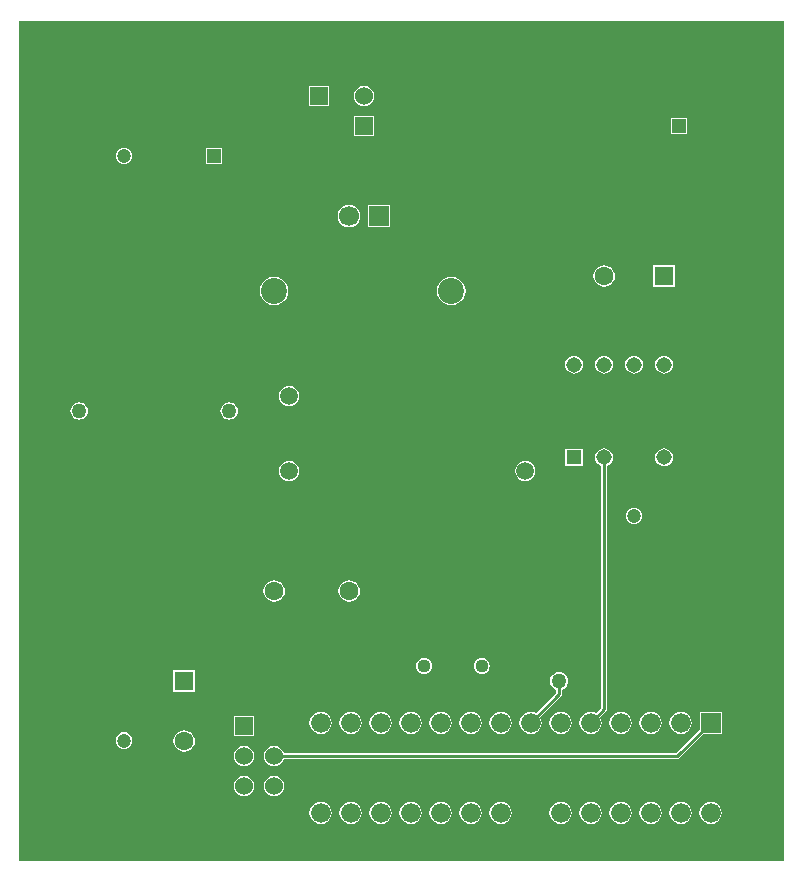
<source format=gbl>
G04*
G04 #@! TF.GenerationSoftware,Altium Limited,Altium Designer,19.1.7 (138)*
G04*
G04 Layer_Physical_Order=2*
G04 Layer_Color=16711680*
%FSLAX25Y25*%
%MOIN*%
G70*
G01*
G75*
%ADD12C,0.01000*%
%ADD38C,0.06299*%
%ADD39R,0.06299X0.06299*%
%ADD40R,0.06299X0.06299*%
%ADD41C,0.04724*%
%ADD42R,0.06693X0.06693*%
%ADD43C,0.06693*%
%ADD44C,0.05906*%
%ADD45C,0.06299*%
%ADD46C,0.08661*%
%ADD47C,0.04449*%
%ADD48R,0.04724X0.04724*%
%ADD49C,0.05150*%
%ADD50R,0.05150X0.05150*%
%ADD51R,0.06000X0.06000*%
%ADD52C,0.06000*%
%ADD53C,0.05000*%
%ADD54C,0.06600*%
%ADD55R,0.06600X0.06600*%
G36*
X255000Y280000D02*
Y0D01*
X0D01*
Y280000D01*
X255000Y280000D01*
D02*
G37*
%LPC*%
G36*
X103400Y258400D02*
X96600D01*
Y251600D01*
X103400D01*
Y258400D01*
D02*
G37*
G36*
X115000Y258429D02*
X114112Y258313D01*
X113285Y257970D01*
X112575Y257425D01*
X112030Y256715D01*
X111688Y255888D01*
X111571Y255000D01*
X111688Y254112D01*
X112030Y253285D01*
X112575Y252575D01*
X113285Y252030D01*
X114112Y251688D01*
X115000Y251571D01*
X115888Y251688D01*
X116715Y252030D01*
X117425Y252575D01*
X117970Y253285D01*
X118313Y254112D01*
X118429Y255000D01*
X118313Y255888D01*
X117970Y256715D01*
X117425Y257425D01*
X116715Y257970D01*
X115888Y258313D01*
X115000Y258429D01*
D02*
G37*
G36*
X222762Y247762D02*
X217238D01*
Y242238D01*
X222762D01*
Y247762D01*
D02*
G37*
G36*
X118400Y248400D02*
X111600D01*
Y241600D01*
X118400D01*
Y248400D01*
D02*
G37*
G36*
X67762Y237762D02*
X62238D01*
Y232238D01*
X67762D01*
Y237762D01*
D02*
G37*
G36*
X35000Y237786D02*
X34279Y237691D01*
X33607Y237413D01*
X33030Y236970D01*
X32587Y236393D01*
X32309Y235721D01*
X32214Y235000D01*
X32309Y234279D01*
X32587Y233607D01*
X33030Y233030D01*
X33607Y232587D01*
X34279Y232309D01*
X35000Y232214D01*
X35721Y232309D01*
X36393Y232587D01*
X36970Y233030D01*
X37413Y233607D01*
X37691Y234279D01*
X37786Y235000D01*
X37691Y235721D01*
X37413Y236393D01*
X36970Y236970D01*
X36393Y237413D01*
X35721Y237691D01*
X35000Y237786D01*
D02*
G37*
G36*
X123747Y218746D02*
X116253D01*
Y211253D01*
X123747D01*
Y218746D01*
D02*
G37*
G36*
X110000Y218779D02*
X109022Y218650D01*
X108111Y218272D01*
X107328Y217672D01*
X106728Y216889D01*
X106350Y215978D01*
X106221Y215000D01*
X106350Y214022D01*
X106728Y213111D01*
X107328Y212328D01*
X108111Y211727D01*
X109022Y211350D01*
X110000Y211221D01*
X110978Y211350D01*
X111889Y211727D01*
X112672Y212328D01*
X113273Y213111D01*
X113650Y214022D01*
X113779Y215000D01*
X113650Y215978D01*
X113273Y216889D01*
X112672Y217672D01*
X111889Y218272D01*
X110978Y218650D01*
X110000Y218779D01*
D02*
G37*
G36*
X218550Y198550D02*
X211450D01*
Y191450D01*
X218550D01*
Y198550D01*
D02*
G37*
G36*
X195000Y198580D02*
X194073Y198458D01*
X193210Y198101D01*
X192468Y197532D01*
X191899Y196790D01*
X191542Y195927D01*
X191420Y195000D01*
X191542Y194073D01*
X191899Y193210D01*
X192468Y192468D01*
X193210Y191899D01*
X194073Y191542D01*
X195000Y191420D01*
X195927Y191542D01*
X196790Y191899D01*
X197532Y192468D01*
X198101Y193210D01*
X198458Y194073D01*
X198580Y195000D01*
X198458Y195927D01*
X198101Y196790D01*
X197532Y197532D01*
X196790Y198101D01*
X195927Y198458D01*
X195000Y198580D01*
D02*
G37*
G36*
X144055Y194772D02*
X142820Y194609D01*
X141669Y194132D01*
X140681Y193374D01*
X139923Y192386D01*
X139446Y191235D01*
X139284Y190000D01*
X139446Y188765D01*
X139923Y187614D01*
X140681Y186626D01*
X141669Y185868D01*
X142820Y185391D01*
X144055Y185229D01*
X145290Y185391D01*
X146441Y185868D01*
X147429Y186626D01*
X148187Y187614D01*
X148664Y188765D01*
X148827Y190000D01*
X148664Y191235D01*
X148187Y192386D01*
X147429Y193374D01*
X146441Y194132D01*
X145290Y194609D01*
X144055Y194772D01*
D02*
G37*
G36*
X85000D02*
X83765Y194609D01*
X82614Y194132D01*
X81626Y193374D01*
X80868Y192386D01*
X80391Y191235D01*
X80229Y190000D01*
X80391Y188765D01*
X80868Y187614D01*
X81626Y186626D01*
X82614Y185868D01*
X83765Y185391D01*
X85000Y185229D01*
X86235Y185391D01*
X87386Y185868D01*
X88374Y186626D01*
X89132Y187614D01*
X89609Y188765D01*
X89771Y190000D01*
X89609Y191235D01*
X89132Y192386D01*
X88374Y193374D01*
X87386Y194132D01*
X86235Y194609D01*
X85000Y194772D01*
D02*
G37*
G36*
X215000Y168493D02*
X214223Y168390D01*
X213500Y168091D01*
X212878Y167614D01*
X212402Y166992D01*
X212102Y166269D01*
X212000Y165492D01*
X212102Y164716D01*
X212402Y163992D01*
X212878Y163371D01*
X213500Y162894D01*
X214223Y162594D01*
X215000Y162492D01*
X215777Y162594D01*
X216500Y162894D01*
X217122Y163371D01*
X217599Y163992D01*
X217898Y164716D01*
X218001Y165492D01*
X217898Y166269D01*
X217599Y166992D01*
X217122Y167614D01*
X216500Y168091D01*
X215777Y168390D01*
X215000Y168493D01*
D02*
G37*
G36*
X205000D02*
X204223Y168390D01*
X203500Y168091D01*
X202878Y167614D01*
X202401Y166992D01*
X202102Y166269D01*
X201999Y165492D01*
X202102Y164716D01*
X202401Y163992D01*
X202878Y163371D01*
X203500Y162894D01*
X204223Y162594D01*
X205000Y162492D01*
X205777Y162594D01*
X206500Y162894D01*
X207122Y163371D01*
X207598Y163992D01*
X207898Y164716D01*
X208000Y165492D01*
X207898Y166269D01*
X207598Y166992D01*
X207122Y167614D01*
X206500Y168091D01*
X205777Y168390D01*
X205000Y168493D01*
D02*
G37*
G36*
X195000D02*
X194223Y168390D01*
X193500Y168091D01*
X192878Y167614D01*
X192402Y166992D01*
X192102Y166269D01*
X191999Y165492D01*
X192102Y164716D01*
X192402Y163992D01*
X192878Y163371D01*
X193500Y162894D01*
X194223Y162594D01*
X195000Y162492D01*
X195777Y162594D01*
X196500Y162894D01*
X197122Y163371D01*
X197599Y163992D01*
X197898Y164716D01*
X198001Y165492D01*
X197898Y166269D01*
X197599Y166992D01*
X197122Y167614D01*
X196500Y168091D01*
X195777Y168390D01*
X195000Y168493D01*
D02*
G37*
G36*
X185000D02*
X184223Y168390D01*
X183500Y168091D01*
X182878Y167614D01*
X182402Y166992D01*
X182102Y166269D01*
X182000Y165492D01*
X182102Y164716D01*
X182402Y163992D01*
X182878Y163371D01*
X183500Y162894D01*
X184223Y162594D01*
X185000Y162492D01*
X185777Y162594D01*
X186500Y162894D01*
X187122Y163371D01*
X187599Y163992D01*
X187898Y164716D01*
X188001Y165492D01*
X187898Y166269D01*
X187599Y166992D01*
X187122Y167614D01*
X186500Y168091D01*
X185777Y168390D01*
X185000Y168493D01*
D02*
G37*
G36*
X90000Y158382D02*
X89125Y158266D01*
X88309Y157929D01*
X87609Y157391D01*
X87071Y156691D01*
X86734Y155875D01*
X86618Y155000D01*
X86734Y154125D01*
X87071Y153309D01*
X87609Y152609D01*
X88309Y152071D01*
X89125Y151734D01*
X90000Y151618D01*
X90875Y151734D01*
X91691Y152071D01*
X92391Y152609D01*
X92929Y153309D01*
X93266Y154125D01*
X93382Y155000D01*
X93266Y155875D01*
X92929Y156691D01*
X92391Y157391D01*
X91691Y157929D01*
X90875Y158266D01*
X90000Y158382D01*
D02*
G37*
G36*
X70000Y152925D02*
X69243Y152825D01*
X68537Y152533D01*
X67932Y152068D01*
X67467Y151462D01*
X67175Y150757D01*
X67075Y150000D01*
X67175Y149243D01*
X67467Y148538D01*
X67932Y147932D01*
X68537Y147467D01*
X69243Y147175D01*
X70000Y147075D01*
X70757Y147175D01*
X71463Y147467D01*
X72068Y147932D01*
X72533Y148538D01*
X72825Y149243D01*
X72925Y150000D01*
X72825Y150757D01*
X72533Y151462D01*
X72068Y152068D01*
X71463Y152533D01*
X70757Y152825D01*
X70000Y152925D01*
D02*
G37*
G36*
X20000D02*
X19243Y152825D01*
X18538Y152533D01*
X17932Y152068D01*
X17467Y151462D01*
X17175Y150757D01*
X17075Y150000D01*
X17175Y149243D01*
X17467Y148538D01*
X17932Y147932D01*
X18538Y147467D01*
X19243Y147175D01*
X20000Y147075D01*
X20757Y147175D01*
X21463Y147467D01*
X22068Y147932D01*
X22533Y148538D01*
X22825Y149243D01*
X22925Y150000D01*
X22825Y150757D01*
X22533Y151462D01*
X22068Y152068D01*
X21463Y152533D01*
X20757Y152825D01*
X20000Y152925D01*
D02*
G37*
G36*
X187975Y137483D02*
X182025D01*
Y131533D01*
X187975D01*
Y137483D01*
D02*
G37*
G36*
X215000Y137508D02*
X214223Y137406D01*
X213500Y137106D01*
X212878Y136629D01*
X212402Y136008D01*
X212102Y135284D01*
X212000Y134508D01*
X212102Y133731D01*
X212402Y133008D01*
X212878Y132386D01*
X213500Y131909D01*
X214223Y131610D01*
X215000Y131507D01*
X215777Y131610D01*
X216500Y131909D01*
X217122Y132386D01*
X217599Y133008D01*
X217898Y133731D01*
X218001Y134508D01*
X217898Y135284D01*
X217599Y136008D01*
X217122Y136629D01*
X216500Y137106D01*
X215777Y137406D01*
X215000Y137508D01*
D02*
G37*
G36*
X168740Y133382D02*
X167865Y133266D01*
X167049Y132929D01*
X166349Y132391D01*
X165812Y131691D01*
X165474Y130875D01*
X165358Y130000D01*
X165474Y129125D01*
X165812Y128309D01*
X166349Y127609D01*
X167049Y127071D01*
X167865Y126734D01*
X168740Y126618D01*
X169615Y126734D01*
X170431Y127071D01*
X171131Y127609D01*
X171669Y128309D01*
X172007Y129125D01*
X172122Y130000D01*
X172007Y130875D01*
X171669Y131691D01*
X171131Y132391D01*
X170431Y132929D01*
X169615Y133266D01*
X168740Y133382D01*
D02*
G37*
G36*
X90000D02*
X89125Y133266D01*
X88309Y132929D01*
X87609Y132391D01*
X87071Y131691D01*
X86734Y130875D01*
X86618Y130000D01*
X86734Y129125D01*
X87071Y128309D01*
X87609Y127609D01*
X88309Y127071D01*
X89125Y126734D01*
X90000Y126618D01*
X90875Y126734D01*
X91691Y127071D01*
X92391Y127609D01*
X92929Y128309D01*
X93266Y129125D01*
X93382Y130000D01*
X93266Y130875D01*
X92929Y131691D01*
X92391Y132391D01*
X91691Y132929D01*
X90875Y133266D01*
X90000Y133382D01*
D02*
G37*
G36*
X205000Y117786D02*
X204279Y117691D01*
X203607Y117413D01*
X203030Y116970D01*
X202587Y116393D01*
X202309Y115721D01*
X202214Y115000D01*
X202309Y114279D01*
X202587Y113607D01*
X203030Y113030D01*
X203607Y112587D01*
X204279Y112309D01*
X205000Y112214D01*
X205721Y112309D01*
X206393Y112587D01*
X206970Y113030D01*
X207413Y113607D01*
X207691Y114279D01*
X207786Y115000D01*
X207691Y115721D01*
X207413Y116393D01*
X206970Y116970D01*
X206393Y117413D01*
X205721Y117691D01*
X205000Y117786D01*
D02*
G37*
G36*
X110000Y93580D02*
X109073Y93458D01*
X108210Y93101D01*
X107468Y92532D01*
X106899Y91790D01*
X106542Y90927D01*
X106420Y90000D01*
X106542Y89073D01*
X106899Y88210D01*
X107468Y87468D01*
X108210Y86899D01*
X109073Y86542D01*
X110000Y86420D01*
X110927Y86542D01*
X111790Y86899D01*
X112532Y87468D01*
X113101Y88210D01*
X113458Y89073D01*
X113580Y90000D01*
X113458Y90927D01*
X113101Y91790D01*
X112532Y92532D01*
X111790Y93101D01*
X110927Y93458D01*
X110000Y93580D01*
D02*
G37*
G36*
X85000D02*
X84073Y93458D01*
X83210Y93101D01*
X82468Y92532D01*
X81899Y91790D01*
X81542Y90927D01*
X81420Y90000D01*
X81542Y89073D01*
X81899Y88210D01*
X82468Y87468D01*
X83210Y86899D01*
X84073Y86542D01*
X85000Y86420D01*
X85927Y86542D01*
X86790Y86899D01*
X87532Y87468D01*
X88101Y88210D01*
X88458Y89073D01*
X88580Y90000D01*
X88458Y90927D01*
X88101Y91790D01*
X87532Y92532D01*
X86790Y93101D01*
X85927Y93458D01*
X85000Y93580D01*
D02*
G37*
G36*
X154213Y67647D02*
X153527Y67557D01*
X152889Y67292D01*
X152341Y66872D01*
X151920Y66324D01*
X151656Y65685D01*
X151566Y65000D01*
X151656Y64315D01*
X151920Y63677D01*
X152341Y63128D01*
X152889Y62708D01*
X153527Y62443D01*
X154213Y62353D01*
X154898Y62443D01*
X155536Y62708D01*
X156084Y63128D01*
X156505Y63677D01*
X156770Y64315D01*
X156860Y65000D01*
X156770Y65685D01*
X156505Y66324D01*
X156084Y66872D01*
X155536Y67292D01*
X154898Y67557D01*
X154213Y67647D01*
D02*
G37*
G36*
X135000D02*
X134315Y67557D01*
X133677Y67292D01*
X133128Y66872D01*
X132708Y66324D01*
X132443Y65685D01*
X132353Y65000D01*
X132443Y64315D01*
X132708Y63677D01*
X133128Y63128D01*
X133677Y62708D01*
X134315Y62443D01*
X135000Y62353D01*
X135685Y62443D01*
X136323Y62708D01*
X136872Y63128D01*
X137292Y63677D01*
X137557Y64315D01*
X137647Y65000D01*
X137557Y65685D01*
X137292Y66324D01*
X136872Y66872D01*
X136323Y67292D01*
X135685Y67557D01*
X135000Y67647D01*
D02*
G37*
G36*
X58550Y63550D02*
X51450D01*
Y56450D01*
X58550D01*
Y63550D01*
D02*
G37*
G36*
X195000Y137508D02*
X194223Y137406D01*
X193500Y137106D01*
X192878Y136629D01*
X192402Y136008D01*
X192102Y135284D01*
X191999Y134508D01*
X192102Y133731D01*
X192402Y133008D01*
X192878Y132386D01*
X193500Y131909D01*
X194082Y131668D01*
Y50943D01*
X192405Y49265D01*
X192366Y49295D01*
X191466Y49668D01*
X190500Y49795D01*
X189534Y49668D01*
X188634Y49295D01*
X187861Y48702D01*
X187268Y47929D01*
X186895Y47029D01*
X186768Y46063D01*
X186895Y45097D01*
X187268Y44197D01*
X187861Y43424D01*
X188634Y42831D01*
X189534Y42458D01*
X190500Y42331D01*
X191466Y42458D01*
X192366Y42831D01*
X193139Y43424D01*
X193732Y44197D01*
X194105Y45097D01*
X194232Y46063D01*
X194105Y47029D01*
X193732Y47929D01*
X193702Y47968D01*
X195649Y49914D01*
X195848Y50212D01*
X195918Y50563D01*
Y131668D01*
X196500Y131909D01*
X197122Y132386D01*
X197599Y133008D01*
X197898Y133731D01*
X198001Y134508D01*
X197898Y135284D01*
X197599Y136008D01*
X197122Y136629D01*
X196500Y137106D01*
X195777Y137406D01*
X195000Y137508D01*
D02*
G37*
G36*
X180000Y63026D02*
X179217Y62923D01*
X178487Y62621D01*
X177860Y62140D01*
X177380Y61513D01*
X177077Y60783D01*
X176974Y60000D01*
X177077Y59217D01*
X177380Y58487D01*
X177860Y57860D01*
X178487Y57380D01*
X179082Y57133D01*
Y55943D01*
X172405Y49265D01*
X172366Y49295D01*
X171466Y49668D01*
X170500Y49795D01*
X169534Y49668D01*
X168634Y49295D01*
X167861Y48702D01*
X167268Y47929D01*
X166895Y47029D01*
X166768Y46063D01*
X166895Y45097D01*
X167268Y44197D01*
X167861Y43424D01*
X168634Y42831D01*
X169534Y42458D01*
X170500Y42331D01*
X171466Y42458D01*
X172366Y42831D01*
X173139Y43424D01*
X173732Y44197D01*
X174105Y45097D01*
X174232Y46063D01*
X174105Y47029D01*
X173732Y47929D01*
X173702Y47968D01*
X180649Y54914D01*
X180848Y55212D01*
X180918Y55563D01*
Y57133D01*
X181513Y57380D01*
X182140Y57860D01*
X182621Y58487D01*
X182923Y59217D01*
X183026Y60000D01*
X182923Y60783D01*
X182621Y61513D01*
X182140Y62140D01*
X181513Y62621D01*
X180783Y62923D01*
X180000Y63026D01*
D02*
G37*
G36*
X220500Y49795D02*
X219534Y49668D01*
X218634Y49295D01*
X217861Y48702D01*
X217268Y47929D01*
X216895Y47029D01*
X216768Y46063D01*
X216895Y45097D01*
X217268Y44197D01*
X217861Y43424D01*
X218634Y42831D01*
X219534Y42458D01*
X220500Y42331D01*
X221466Y42458D01*
X222366Y42831D01*
X223139Y43424D01*
X223732Y44197D01*
X224105Y45097D01*
X224232Y46063D01*
X224105Y47029D01*
X223732Y47929D01*
X223139Y48702D01*
X222366Y49295D01*
X221466Y49668D01*
X220500Y49795D01*
D02*
G37*
G36*
X210500D02*
X209534Y49668D01*
X208634Y49295D01*
X207861Y48702D01*
X207268Y47929D01*
X206895Y47029D01*
X206768Y46063D01*
X206895Y45097D01*
X207268Y44197D01*
X207861Y43424D01*
X208634Y42831D01*
X209534Y42458D01*
X210500Y42331D01*
X211466Y42458D01*
X212366Y42831D01*
X213139Y43424D01*
X213732Y44197D01*
X214105Y45097D01*
X214232Y46063D01*
X214105Y47029D01*
X213732Y47929D01*
X213139Y48702D01*
X212366Y49295D01*
X211466Y49668D01*
X210500Y49795D01*
D02*
G37*
G36*
X200500D02*
X199534Y49668D01*
X198634Y49295D01*
X197861Y48702D01*
X197268Y47929D01*
X196895Y47029D01*
X196768Y46063D01*
X196895Y45097D01*
X197268Y44197D01*
X197861Y43424D01*
X198634Y42831D01*
X199534Y42458D01*
X200500Y42331D01*
X201466Y42458D01*
X202366Y42831D01*
X203139Y43424D01*
X203732Y44197D01*
X204105Y45097D01*
X204232Y46063D01*
X204105Y47029D01*
X203732Y47929D01*
X203139Y48702D01*
X202366Y49295D01*
X201466Y49668D01*
X200500Y49795D01*
D02*
G37*
G36*
X180500D02*
X179534Y49668D01*
X178634Y49295D01*
X177861Y48702D01*
X177268Y47929D01*
X176895Y47029D01*
X176768Y46063D01*
X176895Y45097D01*
X177268Y44197D01*
X177861Y43424D01*
X178634Y42831D01*
X179534Y42458D01*
X180500Y42331D01*
X181466Y42458D01*
X182366Y42831D01*
X183139Y43424D01*
X183732Y44197D01*
X184105Y45097D01*
X184232Y46063D01*
X184105Y47029D01*
X183732Y47929D01*
X183139Y48702D01*
X182366Y49295D01*
X181466Y49668D01*
X180500Y49795D01*
D02*
G37*
G36*
X160500D02*
X159534Y49668D01*
X158634Y49295D01*
X157861Y48702D01*
X157268Y47929D01*
X156895Y47029D01*
X156768Y46063D01*
X156895Y45097D01*
X157268Y44197D01*
X157861Y43424D01*
X158634Y42831D01*
X159534Y42458D01*
X160500Y42331D01*
X161466Y42458D01*
X162366Y42831D01*
X163139Y43424D01*
X163732Y44197D01*
X164105Y45097D01*
X164232Y46063D01*
X164105Y47029D01*
X163732Y47929D01*
X163139Y48702D01*
X162366Y49295D01*
X161466Y49668D01*
X160500Y49795D01*
D02*
G37*
G36*
X150500D02*
X149534Y49668D01*
X148634Y49295D01*
X147861Y48702D01*
X147268Y47929D01*
X146895Y47029D01*
X146768Y46063D01*
X146895Y45097D01*
X147268Y44197D01*
X147861Y43424D01*
X148634Y42831D01*
X149534Y42458D01*
X150500Y42331D01*
X151466Y42458D01*
X152366Y42831D01*
X153139Y43424D01*
X153732Y44197D01*
X154105Y45097D01*
X154232Y46063D01*
X154105Y47029D01*
X153732Y47929D01*
X153139Y48702D01*
X152366Y49295D01*
X151466Y49668D01*
X150500Y49795D01*
D02*
G37*
G36*
X140500D02*
X139534Y49668D01*
X138634Y49295D01*
X137861Y48702D01*
X137268Y47929D01*
X136895Y47029D01*
X136768Y46063D01*
X136895Y45097D01*
X137268Y44197D01*
X137861Y43424D01*
X138634Y42831D01*
X139534Y42458D01*
X140500Y42331D01*
X141466Y42458D01*
X142366Y42831D01*
X143139Y43424D01*
X143732Y44197D01*
X144105Y45097D01*
X144232Y46063D01*
X144105Y47029D01*
X143732Y47929D01*
X143139Y48702D01*
X142366Y49295D01*
X141466Y49668D01*
X140500Y49795D01*
D02*
G37*
G36*
X130500D02*
X129534Y49668D01*
X128634Y49295D01*
X127861Y48702D01*
X127268Y47929D01*
X126895Y47029D01*
X126768Y46063D01*
X126895Y45097D01*
X127268Y44197D01*
X127861Y43424D01*
X128634Y42831D01*
X129534Y42458D01*
X130500Y42331D01*
X131466Y42458D01*
X132366Y42831D01*
X133139Y43424D01*
X133732Y44197D01*
X134105Y45097D01*
X134232Y46063D01*
X134105Y47029D01*
X133732Y47929D01*
X133139Y48702D01*
X132366Y49295D01*
X131466Y49668D01*
X130500Y49795D01*
D02*
G37*
G36*
X120500D02*
X119534Y49668D01*
X118634Y49295D01*
X117861Y48702D01*
X117268Y47929D01*
X116895Y47029D01*
X116768Y46063D01*
X116895Y45097D01*
X117268Y44197D01*
X117861Y43424D01*
X118634Y42831D01*
X119534Y42458D01*
X120500Y42331D01*
X121466Y42458D01*
X122366Y42831D01*
X123139Y43424D01*
X123732Y44197D01*
X124105Y45097D01*
X124232Y46063D01*
X124105Y47029D01*
X123732Y47929D01*
X123139Y48702D01*
X122366Y49295D01*
X121466Y49668D01*
X120500Y49795D01*
D02*
G37*
G36*
X110500D02*
X109534Y49668D01*
X108634Y49295D01*
X107861Y48702D01*
X107268Y47929D01*
X106895Y47029D01*
X106768Y46063D01*
X106895Y45097D01*
X107268Y44197D01*
X107861Y43424D01*
X108634Y42831D01*
X109534Y42458D01*
X110500Y42331D01*
X111466Y42458D01*
X112366Y42831D01*
X113139Y43424D01*
X113732Y44197D01*
X114105Y45097D01*
X114232Y46063D01*
X114105Y47029D01*
X113732Y47929D01*
X113139Y48702D01*
X112366Y49295D01*
X111466Y49668D01*
X110500Y49795D01*
D02*
G37*
G36*
X100500D02*
X99534Y49668D01*
X98634Y49295D01*
X97861Y48702D01*
X97268Y47929D01*
X96895Y47029D01*
X96768Y46063D01*
X96895Y45097D01*
X97268Y44197D01*
X97861Y43424D01*
X98634Y42831D01*
X99534Y42458D01*
X100500Y42331D01*
X101466Y42458D01*
X102366Y42831D01*
X103139Y43424D01*
X103732Y44197D01*
X104105Y45097D01*
X104232Y46063D01*
X104105Y47029D01*
X103732Y47929D01*
X103139Y48702D01*
X102366Y49295D01*
X101466Y49668D01*
X100500Y49795D01*
D02*
G37*
G36*
X78400Y48400D02*
X71600D01*
Y41600D01*
X78400D01*
Y48400D01*
D02*
G37*
G36*
X35000Y42944D02*
X34279Y42849D01*
X33607Y42570D01*
X33030Y42127D01*
X32587Y41550D01*
X32309Y40879D01*
X32214Y40157D01*
X32309Y39436D01*
X32587Y38765D01*
X33030Y38188D01*
X33607Y37745D01*
X34279Y37466D01*
X35000Y37371D01*
X35721Y37466D01*
X36393Y37745D01*
X36970Y38188D01*
X37413Y38765D01*
X37691Y39436D01*
X37786Y40157D01*
X37691Y40879D01*
X37413Y41550D01*
X36970Y42127D01*
X36393Y42570D01*
X35721Y42849D01*
X35000Y42944D01*
D02*
G37*
G36*
X55000Y43580D02*
X54073Y43458D01*
X53210Y43101D01*
X52468Y42532D01*
X51899Y41790D01*
X51542Y40927D01*
X51420Y40000D01*
X51542Y39073D01*
X51899Y38210D01*
X52468Y37468D01*
X53210Y36899D01*
X54073Y36542D01*
X55000Y36420D01*
X55927Y36542D01*
X56790Y36899D01*
X57532Y37468D01*
X58101Y38210D01*
X58458Y39073D01*
X58580Y40000D01*
X58458Y40927D01*
X58101Y41790D01*
X57532Y42532D01*
X56790Y43101D01*
X55927Y43458D01*
X55000Y43580D01*
D02*
G37*
G36*
X234200Y49763D02*
X226800D01*
Y43661D01*
X219057Y35918D01*
X88300D01*
X87970Y36715D01*
X87425Y37425D01*
X86715Y37970D01*
X85888Y38313D01*
X85000Y38429D01*
X84112Y38313D01*
X83285Y37970D01*
X82575Y37425D01*
X82030Y36715D01*
X81687Y35888D01*
X81571Y35000D01*
X81687Y34112D01*
X82030Y33285D01*
X82575Y32575D01*
X83285Y32030D01*
X84112Y31688D01*
X85000Y31571D01*
X85888Y31688D01*
X86715Y32030D01*
X87425Y32575D01*
X87970Y33285D01*
X88300Y34082D01*
X219437D01*
X219788Y34152D01*
X220086Y34351D01*
X228098Y42363D01*
X234200D01*
Y49763D01*
D02*
G37*
G36*
X75000Y38429D02*
X74112Y38313D01*
X73285Y37970D01*
X72575Y37425D01*
X72030Y36715D01*
X71688Y35888D01*
X71571Y35000D01*
X71688Y34112D01*
X72030Y33285D01*
X72575Y32575D01*
X73285Y32030D01*
X74112Y31688D01*
X75000Y31571D01*
X75888Y31688D01*
X76715Y32030D01*
X77425Y32575D01*
X77970Y33285D01*
X78312Y34112D01*
X78429Y35000D01*
X78312Y35888D01*
X77970Y36715D01*
X77425Y37425D01*
X76715Y37970D01*
X75888Y38313D01*
X75000Y38429D01*
D02*
G37*
G36*
X85000Y28429D02*
X84112Y28313D01*
X83285Y27970D01*
X82575Y27425D01*
X82030Y26715D01*
X81687Y25888D01*
X81571Y25000D01*
X81687Y24112D01*
X82030Y23285D01*
X82575Y22575D01*
X83285Y22030D01*
X84112Y21688D01*
X85000Y21571D01*
X85888Y21688D01*
X86715Y22030D01*
X87425Y22575D01*
X87970Y23285D01*
X88313Y24112D01*
X88429Y25000D01*
X88313Y25888D01*
X87970Y26715D01*
X87425Y27425D01*
X86715Y27970D01*
X85888Y28313D01*
X85000Y28429D01*
D02*
G37*
G36*
X75000D02*
X74112Y28313D01*
X73285Y27970D01*
X72575Y27425D01*
X72030Y26715D01*
X71688Y25888D01*
X71571Y25000D01*
X71688Y24112D01*
X72030Y23285D01*
X72575Y22575D01*
X73285Y22030D01*
X74112Y21688D01*
X75000Y21571D01*
X75888Y21688D01*
X76715Y22030D01*
X77425Y22575D01*
X77970Y23285D01*
X78312Y24112D01*
X78429Y25000D01*
X78312Y25888D01*
X77970Y26715D01*
X77425Y27425D01*
X76715Y27970D01*
X75888Y28313D01*
X75000Y28429D01*
D02*
G37*
G36*
X230500Y19795D02*
X229534Y19668D01*
X228634Y19295D01*
X227861Y18702D01*
X227268Y17929D01*
X226895Y17029D01*
X226768Y16063D01*
X226895Y15097D01*
X227268Y14197D01*
X227861Y13424D01*
X228634Y12831D01*
X229534Y12458D01*
X230500Y12331D01*
X231466Y12458D01*
X232366Y12831D01*
X233139Y13424D01*
X233732Y14197D01*
X234105Y15097D01*
X234232Y16063D01*
X234105Y17029D01*
X233732Y17929D01*
X233139Y18702D01*
X232366Y19295D01*
X231466Y19668D01*
X230500Y19795D01*
D02*
G37*
G36*
X220500D02*
X219534Y19668D01*
X218634Y19295D01*
X217861Y18702D01*
X217268Y17929D01*
X216895Y17029D01*
X216768Y16063D01*
X216895Y15097D01*
X217268Y14197D01*
X217861Y13424D01*
X218634Y12831D01*
X219534Y12458D01*
X220500Y12331D01*
X221466Y12458D01*
X222366Y12831D01*
X223139Y13424D01*
X223732Y14197D01*
X224105Y15097D01*
X224232Y16063D01*
X224105Y17029D01*
X223732Y17929D01*
X223139Y18702D01*
X222366Y19295D01*
X221466Y19668D01*
X220500Y19795D01*
D02*
G37*
G36*
X210500D02*
X209534Y19668D01*
X208634Y19295D01*
X207861Y18702D01*
X207268Y17929D01*
X206895Y17029D01*
X206768Y16063D01*
X206895Y15097D01*
X207268Y14197D01*
X207861Y13424D01*
X208634Y12831D01*
X209534Y12458D01*
X210500Y12331D01*
X211466Y12458D01*
X212366Y12831D01*
X213139Y13424D01*
X213732Y14197D01*
X214105Y15097D01*
X214232Y16063D01*
X214105Y17029D01*
X213732Y17929D01*
X213139Y18702D01*
X212366Y19295D01*
X211466Y19668D01*
X210500Y19795D01*
D02*
G37*
G36*
X200500D02*
X199534Y19668D01*
X198634Y19295D01*
X197861Y18702D01*
X197268Y17929D01*
X196895Y17029D01*
X196768Y16063D01*
X196895Y15097D01*
X197268Y14197D01*
X197861Y13424D01*
X198634Y12831D01*
X199534Y12458D01*
X200500Y12331D01*
X201466Y12458D01*
X202366Y12831D01*
X203139Y13424D01*
X203732Y14197D01*
X204105Y15097D01*
X204232Y16063D01*
X204105Y17029D01*
X203732Y17929D01*
X203139Y18702D01*
X202366Y19295D01*
X201466Y19668D01*
X200500Y19795D01*
D02*
G37*
G36*
X190500D02*
X189534Y19668D01*
X188634Y19295D01*
X187861Y18702D01*
X187268Y17929D01*
X186895Y17029D01*
X186768Y16063D01*
X186895Y15097D01*
X187268Y14197D01*
X187861Y13424D01*
X188634Y12831D01*
X189534Y12458D01*
X190500Y12331D01*
X191466Y12458D01*
X192366Y12831D01*
X193139Y13424D01*
X193732Y14197D01*
X194105Y15097D01*
X194232Y16063D01*
X194105Y17029D01*
X193732Y17929D01*
X193139Y18702D01*
X192366Y19295D01*
X191466Y19668D01*
X190500Y19795D01*
D02*
G37*
G36*
X180500D02*
X179534Y19668D01*
X178634Y19295D01*
X177861Y18702D01*
X177268Y17929D01*
X176895Y17029D01*
X176768Y16063D01*
X176895Y15097D01*
X177268Y14197D01*
X177861Y13424D01*
X178634Y12831D01*
X179534Y12458D01*
X180500Y12331D01*
X181466Y12458D01*
X182366Y12831D01*
X183139Y13424D01*
X183732Y14197D01*
X184105Y15097D01*
X184232Y16063D01*
X184105Y17029D01*
X183732Y17929D01*
X183139Y18702D01*
X182366Y19295D01*
X181466Y19668D01*
X180500Y19795D01*
D02*
G37*
G36*
X160500D02*
X159534Y19668D01*
X158634Y19295D01*
X157861Y18702D01*
X157268Y17929D01*
X156895Y17029D01*
X156768Y16063D01*
X156895Y15097D01*
X157268Y14197D01*
X157861Y13424D01*
X158634Y12831D01*
X159534Y12458D01*
X160500Y12331D01*
X161466Y12458D01*
X162366Y12831D01*
X163139Y13424D01*
X163732Y14197D01*
X164105Y15097D01*
X164232Y16063D01*
X164105Y17029D01*
X163732Y17929D01*
X163139Y18702D01*
X162366Y19295D01*
X161466Y19668D01*
X160500Y19795D01*
D02*
G37*
G36*
X150500D02*
X149534Y19668D01*
X148634Y19295D01*
X147861Y18702D01*
X147268Y17929D01*
X146895Y17029D01*
X146768Y16063D01*
X146895Y15097D01*
X147268Y14197D01*
X147861Y13424D01*
X148634Y12831D01*
X149534Y12458D01*
X150500Y12331D01*
X151466Y12458D01*
X152366Y12831D01*
X153139Y13424D01*
X153732Y14197D01*
X154105Y15097D01*
X154232Y16063D01*
X154105Y17029D01*
X153732Y17929D01*
X153139Y18702D01*
X152366Y19295D01*
X151466Y19668D01*
X150500Y19795D01*
D02*
G37*
G36*
X140500D02*
X139534Y19668D01*
X138634Y19295D01*
X137861Y18702D01*
X137268Y17929D01*
X136895Y17029D01*
X136768Y16063D01*
X136895Y15097D01*
X137268Y14197D01*
X137861Y13424D01*
X138634Y12831D01*
X139534Y12458D01*
X140500Y12331D01*
X141466Y12458D01*
X142366Y12831D01*
X143139Y13424D01*
X143732Y14197D01*
X144105Y15097D01*
X144232Y16063D01*
X144105Y17029D01*
X143732Y17929D01*
X143139Y18702D01*
X142366Y19295D01*
X141466Y19668D01*
X140500Y19795D01*
D02*
G37*
G36*
X130500D02*
X129534Y19668D01*
X128634Y19295D01*
X127861Y18702D01*
X127268Y17929D01*
X126895Y17029D01*
X126768Y16063D01*
X126895Y15097D01*
X127268Y14197D01*
X127861Y13424D01*
X128634Y12831D01*
X129534Y12458D01*
X130500Y12331D01*
X131466Y12458D01*
X132366Y12831D01*
X133139Y13424D01*
X133732Y14197D01*
X134105Y15097D01*
X134232Y16063D01*
X134105Y17029D01*
X133732Y17929D01*
X133139Y18702D01*
X132366Y19295D01*
X131466Y19668D01*
X130500Y19795D01*
D02*
G37*
G36*
X120500D02*
X119534Y19668D01*
X118634Y19295D01*
X117861Y18702D01*
X117268Y17929D01*
X116895Y17029D01*
X116768Y16063D01*
X116895Y15097D01*
X117268Y14197D01*
X117861Y13424D01*
X118634Y12831D01*
X119534Y12458D01*
X120500Y12331D01*
X121466Y12458D01*
X122366Y12831D01*
X123139Y13424D01*
X123732Y14197D01*
X124105Y15097D01*
X124232Y16063D01*
X124105Y17029D01*
X123732Y17929D01*
X123139Y18702D01*
X122366Y19295D01*
X121466Y19668D01*
X120500Y19795D01*
D02*
G37*
G36*
X110500D02*
X109534Y19668D01*
X108634Y19295D01*
X107861Y18702D01*
X107268Y17929D01*
X106895Y17029D01*
X106768Y16063D01*
X106895Y15097D01*
X107268Y14197D01*
X107861Y13424D01*
X108634Y12831D01*
X109534Y12458D01*
X110500Y12331D01*
X111466Y12458D01*
X112366Y12831D01*
X113139Y13424D01*
X113732Y14197D01*
X114105Y15097D01*
X114232Y16063D01*
X114105Y17029D01*
X113732Y17929D01*
X113139Y18702D01*
X112366Y19295D01*
X111466Y19668D01*
X110500Y19795D01*
D02*
G37*
G36*
X100500D02*
X99534Y19668D01*
X98634Y19295D01*
X97861Y18702D01*
X97268Y17929D01*
X96895Y17029D01*
X96768Y16063D01*
X96895Y15097D01*
X97268Y14197D01*
X97861Y13424D01*
X98634Y12831D01*
X99534Y12458D01*
X100500Y12331D01*
X101466Y12458D01*
X102366Y12831D01*
X103139Y13424D01*
X103732Y14197D01*
X104105Y15097D01*
X104232Y16063D01*
X104105Y17029D01*
X103732Y17929D01*
X103139Y18702D01*
X102366Y19295D01*
X101466Y19668D01*
X100500Y19795D01*
D02*
G37*
%LPD*%
D12*
X170500Y46063D02*
X180000Y55563D01*
Y60000D01*
X190500Y46063D02*
X195000Y50563D01*
Y134508D01*
X219437Y35000D02*
X230500Y46063D01*
X85000Y35000D02*
X219437D01*
D38*
X55000Y40000D02*
D03*
Y50000D02*
D03*
X195000Y195000D02*
D03*
X205000D02*
D03*
D39*
X55000Y60000D02*
D03*
D40*
X215000Y195000D02*
D03*
D41*
X35000Y50000D02*
D03*
Y40157D02*
D03*
X205000Y105157D02*
D03*
Y115000D02*
D03*
X190000Y245000D02*
D03*
X35000Y235000D02*
D03*
D42*
X120000Y215000D02*
D03*
D43*
X110000D02*
D03*
X100000D02*
D03*
D44*
X90000Y155000D02*
D03*
X168740D02*
D03*
Y130000D02*
D03*
X90000D02*
D03*
D45*
X120000Y90000D02*
D03*
X110000D02*
D03*
X95000D02*
D03*
X85000D02*
D03*
D46*
Y190000D02*
D03*
X144055D02*
D03*
D47*
X135000Y65000D02*
D03*
X154213D02*
D03*
D48*
X220000Y245000D02*
D03*
X65000Y235000D02*
D03*
D49*
X195000Y165492D02*
D03*
X205000D02*
D03*
X185000D02*
D03*
X215000D02*
D03*
Y134508D02*
D03*
X195000D02*
D03*
X205000D02*
D03*
D50*
X185000D02*
D03*
D51*
X100000Y255000D02*
D03*
X115000Y245000D02*
D03*
X75000Y45000D02*
D03*
D52*
X100000Y245000D02*
D03*
X115000Y255000D02*
D03*
X75000Y35000D02*
D03*
Y25000D02*
D03*
X85000D02*
D03*
Y35000D02*
D03*
Y45000D02*
D03*
D53*
X70000Y150000D02*
D03*
X20000D02*
D03*
X140000Y105000D02*
D03*
X185000Y85000D02*
D03*
X180000Y60000D02*
D03*
D54*
X230500Y16063D02*
D03*
X220500D02*
D03*
X210500D02*
D03*
X200500D02*
D03*
X190500D02*
D03*
X180500D02*
D03*
X170500D02*
D03*
X160500D02*
D03*
X150500D02*
D03*
X140500D02*
D03*
X130500D02*
D03*
X120500D02*
D03*
X110500D02*
D03*
X100500D02*
D03*
Y46063D02*
D03*
X110500D02*
D03*
X120500D02*
D03*
X130500D02*
D03*
X140500D02*
D03*
X150500D02*
D03*
X160500D02*
D03*
X170500D02*
D03*
X180500D02*
D03*
X190500D02*
D03*
X200500D02*
D03*
X210500D02*
D03*
X220500D02*
D03*
D55*
X230500D02*
D03*
M02*

</source>
